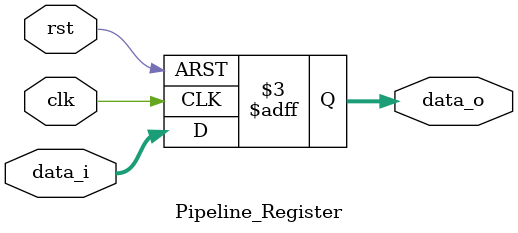
<source format=v>
module Pipeline_Register #(
    parameter WIDTH = 32
)(
    input wire clk,
    input wire rst,
    input wire [WIDTH-1:0] data_i,
    output reg [WIDTH-1:0] data_o
);
    // TODO: implement your pipeline register here
    // Hint: it stores inter-staged signals at the posedge of the clock.
    always @(posedge clk, negedge rst) begin
        if (~rst) data_o <= 0; 
        else data_o <= data_i;
    end

endmodule

</source>
